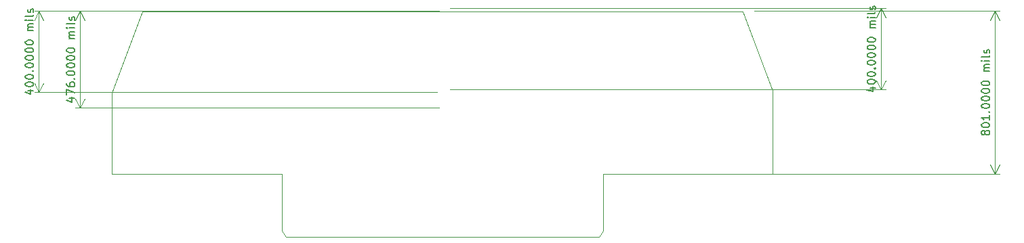
<source format=gbr>
%TF.GenerationSoftware,KiCad,Pcbnew,7.0.11-7.0.11~ubuntu22.04.1*%
%TF.CreationDate,2024-10-06T05:31:21-04:00*%
%TF.ProjectId,right_angle,72696768-745f-4616-9e67-6c652e6b6963,DEV*%
%TF.SameCoordinates,Original*%
%TF.FileFunction,Profile,NP*%
%FSLAX46Y46*%
G04 Gerber Fmt 4.6, Leading zero omitted, Abs format (unit mm)*
G04 Created by KiCad (PCBNEW 7.0.11-7.0.11~ubuntu22.04.1) date 2024-10-06 05:31:21*
%MOMM*%
%LPD*%
G01*
G04 APERTURE LIST*
%TA.AperFunction,Profile*%
%ADD10C,0.050000*%
%TD*%
%ADD11C,0.150000*%
%TA.AperFunction,Profile*%
%ADD12C,0.100000*%
%TD*%
G04 APERTURE END LIST*
D10*
X106451400Y-139102400D02*
X85267800Y-139102400D01*
X89077800Y-118757000D02*
X164058600Y-118757000D01*
X85267800Y-128917000D02*
X89077800Y-118757000D01*
X85267800Y-139102400D02*
X85267800Y-128917000D01*
X164058600Y-118757000D02*
X167767000Y-128713800D01*
X146583400Y-139102400D02*
X167767000Y-139102400D01*
X167767000Y-139102400D02*
X167767000Y-128713800D01*
D11*
X74761952Y-128668742D02*
X75428619Y-128668742D01*
X74381000Y-128906837D02*
X75095285Y-129144932D01*
X75095285Y-129144932D02*
X75095285Y-128525885D01*
X74428619Y-127954456D02*
X74428619Y-127859218D01*
X74428619Y-127859218D02*
X74476238Y-127763980D01*
X74476238Y-127763980D02*
X74523857Y-127716361D01*
X74523857Y-127716361D02*
X74619095Y-127668742D01*
X74619095Y-127668742D02*
X74809571Y-127621123D01*
X74809571Y-127621123D02*
X75047666Y-127621123D01*
X75047666Y-127621123D02*
X75238142Y-127668742D01*
X75238142Y-127668742D02*
X75333380Y-127716361D01*
X75333380Y-127716361D02*
X75381000Y-127763980D01*
X75381000Y-127763980D02*
X75428619Y-127859218D01*
X75428619Y-127859218D02*
X75428619Y-127954456D01*
X75428619Y-127954456D02*
X75381000Y-128049694D01*
X75381000Y-128049694D02*
X75333380Y-128097313D01*
X75333380Y-128097313D02*
X75238142Y-128144932D01*
X75238142Y-128144932D02*
X75047666Y-128192551D01*
X75047666Y-128192551D02*
X74809571Y-128192551D01*
X74809571Y-128192551D02*
X74619095Y-128144932D01*
X74619095Y-128144932D02*
X74523857Y-128097313D01*
X74523857Y-128097313D02*
X74476238Y-128049694D01*
X74476238Y-128049694D02*
X74428619Y-127954456D01*
X74428619Y-127002075D02*
X74428619Y-126906837D01*
X74428619Y-126906837D02*
X74476238Y-126811599D01*
X74476238Y-126811599D02*
X74523857Y-126763980D01*
X74523857Y-126763980D02*
X74619095Y-126716361D01*
X74619095Y-126716361D02*
X74809571Y-126668742D01*
X74809571Y-126668742D02*
X75047666Y-126668742D01*
X75047666Y-126668742D02*
X75238142Y-126716361D01*
X75238142Y-126716361D02*
X75333380Y-126763980D01*
X75333380Y-126763980D02*
X75381000Y-126811599D01*
X75381000Y-126811599D02*
X75428619Y-126906837D01*
X75428619Y-126906837D02*
X75428619Y-127002075D01*
X75428619Y-127002075D02*
X75381000Y-127097313D01*
X75381000Y-127097313D02*
X75333380Y-127144932D01*
X75333380Y-127144932D02*
X75238142Y-127192551D01*
X75238142Y-127192551D02*
X75047666Y-127240170D01*
X75047666Y-127240170D02*
X74809571Y-127240170D01*
X74809571Y-127240170D02*
X74619095Y-127192551D01*
X74619095Y-127192551D02*
X74523857Y-127144932D01*
X74523857Y-127144932D02*
X74476238Y-127097313D01*
X74476238Y-127097313D02*
X74428619Y-127002075D01*
X75333380Y-126240170D02*
X75381000Y-126192551D01*
X75381000Y-126192551D02*
X75428619Y-126240170D01*
X75428619Y-126240170D02*
X75381000Y-126287789D01*
X75381000Y-126287789D02*
X75333380Y-126240170D01*
X75333380Y-126240170D02*
X75428619Y-126240170D01*
X74428619Y-125573504D02*
X74428619Y-125478266D01*
X74428619Y-125478266D02*
X74476238Y-125383028D01*
X74476238Y-125383028D02*
X74523857Y-125335409D01*
X74523857Y-125335409D02*
X74619095Y-125287790D01*
X74619095Y-125287790D02*
X74809571Y-125240171D01*
X74809571Y-125240171D02*
X75047666Y-125240171D01*
X75047666Y-125240171D02*
X75238142Y-125287790D01*
X75238142Y-125287790D02*
X75333380Y-125335409D01*
X75333380Y-125335409D02*
X75381000Y-125383028D01*
X75381000Y-125383028D02*
X75428619Y-125478266D01*
X75428619Y-125478266D02*
X75428619Y-125573504D01*
X75428619Y-125573504D02*
X75381000Y-125668742D01*
X75381000Y-125668742D02*
X75333380Y-125716361D01*
X75333380Y-125716361D02*
X75238142Y-125763980D01*
X75238142Y-125763980D02*
X75047666Y-125811599D01*
X75047666Y-125811599D02*
X74809571Y-125811599D01*
X74809571Y-125811599D02*
X74619095Y-125763980D01*
X74619095Y-125763980D02*
X74523857Y-125716361D01*
X74523857Y-125716361D02*
X74476238Y-125668742D01*
X74476238Y-125668742D02*
X74428619Y-125573504D01*
X74428619Y-124621123D02*
X74428619Y-124525885D01*
X74428619Y-124525885D02*
X74476238Y-124430647D01*
X74476238Y-124430647D02*
X74523857Y-124383028D01*
X74523857Y-124383028D02*
X74619095Y-124335409D01*
X74619095Y-124335409D02*
X74809571Y-124287790D01*
X74809571Y-124287790D02*
X75047666Y-124287790D01*
X75047666Y-124287790D02*
X75238142Y-124335409D01*
X75238142Y-124335409D02*
X75333380Y-124383028D01*
X75333380Y-124383028D02*
X75381000Y-124430647D01*
X75381000Y-124430647D02*
X75428619Y-124525885D01*
X75428619Y-124525885D02*
X75428619Y-124621123D01*
X75428619Y-124621123D02*
X75381000Y-124716361D01*
X75381000Y-124716361D02*
X75333380Y-124763980D01*
X75333380Y-124763980D02*
X75238142Y-124811599D01*
X75238142Y-124811599D02*
X75047666Y-124859218D01*
X75047666Y-124859218D02*
X74809571Y-124859218D01*
X74809571Y-124859218D02*
X74619095Y-124811599D01*
X74619095Y-124811599D02*
X74523857Y-124763980D01*
X74523857Y-124763980D02*
X74476238Y-124716361D01*
X74476238Y-124716361D02*
X74428619Y-124621123D01*
X74428619Y-123668742D02*
X74428619Y-123573504D01*
X74428619Y-123573504D02*
X74476238Y-123478266D01*
X74476238Y-123478266D02*
X74523857Y-123430647D01*
X74523857Y-123430647D02*
X74619095Y-123383028D01*
X74619095Y-123383028D02*
X74809571Y-123335409D01*
X74809571Y-123335409D02*
X75047666Y-123335409D01*
X75047666Y-123335409D02*
X75238142Y-123383028D01*
X75238142Y-123383028D02*
X75333380Y-123430647D01*
X75333380Y-123430647D02*
X75381000Y-123478266D01*
X75381000Y-123478266D02*
X75428619Y-123573504D01*
X75428619Y-123573504D02*
X75428619Y-123668742D01*
X75428619Y-123668742D02*
X75381000Y-123763980D01*
X75381000Y-123763980D02*
X75333380Y-123811599D01*
X75333380Y-123811599D02*
X75238142Y-123859218D01*
X75238142Y-123859218D02*
X75047666Y-123906837D01*
X75047666Y-123906837D02*
X74809571Y-123906837D01*
X74809571Y-123906837D02*
X74619095Y-123859218D01*
X74619095Y-123859218D02*
X74523857Y-123811599D01*
X74523857Y-123811599D02*
X74476238Y-123763980D01*
X74476238Y-123763980D02*
X74428619Y-123668742D01*
X74428619Y-122716361D02*
X74428619Y-122621123D01*
X74428619Y-122621123D02*
X74476238Y-122525885D01*
X74476238Y-122525885D02*
X74523857Y-122478266D01*
X74523857Y-122478266D02*
X74619095Y-122430647D01*
X74619095Y-122430647D02*
X74809571Y-122383028D01*
X74809571Y-122383028D02*
X75047666Y-122383028D01*
X75047666Y-122383028D02*
X75238142Y-122430647D01*
X75238142Y-122430647D02*
X75333380Y-122478266D01*
X75333380Y-122478266D02*
X75381000Y-122525885D01*
X75381000Y-122525885D02*
X75428619Y-122621123D01*
X75428619Y-122621123D02*
X75428619Y-122716361D01*
X75428619Y-122716361D02*
X75381000Y-122811599D01*
X75381000Y-122811599D02*
X75333380Y-122859218D01*
X75333380Y-122859218D02*
X75238142Y-122906837D01*
X75238142Y-122906837D02*
X75047666Y-122954456D01*
X75047666Y-122954456D02*
X74809571Y-122954456D01*
X74809571Y-122954456D02*
X74619095Y-122906837D01*
X74619095Y-122906837D02*
X74523857Y-122859218D01*
X74523857Y-122859218D02*
X74476238Y-122811599D01*
X74476238Y-122811599D02*
X74428619Y-122716361D01*
X75428619Y-121192551D02*
X74761952Y-121192551D01*
X74857190Y-121192551D02*
X74809571Y-121144932D01*
X74809571Y-121144932D02*
X74761952Y-121049694D01*
X74761952Y-121049694D02*
X74761952Y-120906837D01*
X74761952Y-120906837D02*
X74809571Y-120811599D01*
X74809571Y-120811599D02*
X74904809Y-120763980D01*
X74904809Y-120763980D02*
X75428619Y-120763980D01*
X74904809Y-120763980D02*
X74809571Y-120716361D01*
X74809571Y-120716361D02*
X74761952Y-120621123D01*
X74761952Y-120621123D02*
X74761952Y-120478266D01*
X74761952Y-120478266D02*
X74809571Y-120383027D01*
X74809571Y-120383027D02*
X74904809Y-120335408D01*
X74904809Y-120335408D02*
X75428619Y-120335408D01*
X75428619Y-119859218D02*
X74761952Y-119859218D01*
X74428619Y-119859218D02*
X74476238Y-119906837D01*
X74476238Y-119906837D02*
X74523857Y-119859218D01*
X74523857Y-119859218D02*
X74476238Y-119811599D01*
X74476238Y-119811599D02*
X74428619Y-119859218D01*
X74428619Y-119859218D02*
X74523857Y-119859218D01*
X75428619Y-119240171D02*
X75381000Y-119335409D01*
X75381000Y-119335409D02*
X75285761Y-119383028D01*
X75285761Y-119383028D02*
X74428619Y-119383028D01*
X75381000Y-118906837D02*
X75428619Y-118811599D01*
X75428619Y-118811599D02*
X75428619Y-118621123D01*
X75428619Y-118621123D02*
X75381000Y-118525885D01*
X75381000Y-118525885D02*
X75285761Y-118478266D01*
X75285761Y-118478266D02*
X75238142Y-118478266D01*
X75238142Y-118478266D02*
X75142904Y-118525885D01*
X75142904Y-118525885D02*
X75095285Y-118621123D01*
X75095285Y-118621123D02*
X75095285Y-118763980D01*
X75095285Y-118763980D02*
X75047666Y-118859218D01*
X75047666Y-118859218D02*
X74952428Y-118906837D01*
X74952428Y-118906837D02*
X74904809Y-118906837D01*
X74904809Y-118906837D02*
X74809571Y-118859218D01*
X74809571Y-118859218D02*
X74761952Y-118763980D01*
X74761952Y-118763980D02*
X74761952Y-118621123D01*
X74761952Y-118621123D02*
X74809571Y-118525885D01*
D10*
X125849800Y-118731600D02*
X75537380Y-118731600D01*
X125849800Y-128891600D02*
X75537380Y-128891600D01*
X76123800Y-118731600D02*
X76123800Y-128891600D01*
X76123800Y-118731600D02*
X76123800Y-128891600D01*
X76123800Y-118731600D02*
X76710221Y-119858104D01*
X76123800Y-118731600D02*
X75537379Y-119858104D01*
X76123800Y-128891600D02*
X75537379Y-127765096D01*
X76123800Y-128891600D02*
X76710221Y-127765096D01*
D11*
X79918152Y-129633942D02*
X80584819Y-129633942D01*
X79537200Y-129872037D02*
X80251485Y-130110132D01*
X80251485Y-130110132D02*
X80251485Y-129491085D01*
X79584819Y-129205370D02*
X79584819Y-128538704D01*
X79584819Y-128538704D02*
X80584819Y-128967275D01*
X79584819Y-127729180D02*
X79584819Y-127919656D01*
X79584819Y-127919656D02*
X79632438Y-128014894D01*
X79632438Y-128014894D02*
X79680057Y-128062513D01*
X79680057Y-128062513D02*
X79822914Y-128157751D01*
X79822914Y-128157751D02*
X80013390Y-128205370D01*
X80013390Y-128205370D02*
X80394342Y-128205370D01*
X80394342Y-128205370D02*
X80489580Y-128157751D01*
X80489580Y-128157751D02*
X80537200Y-128110132D01*
X80537200Y-128110132D02*
X80584819Y-128014894D01*
X80584819Y-128014894D02*
X80584819Y-127824418D01*
X80584819Y-127824418D02*
X80537200Y-127729180D01*
X80537200Y-127729180D02*
X80489580Y-127681561D01*
X80489580Y-127681561D02*
X80394342Y-127633942D01*
X80394342Y-127633942D02*
X80156247Y-127633942D01*
X80156247Y-127633942D02*
X80061009Y-127681561D01*
X80061009Y-127681561D02*
X80013390Y-127729180D01*
X80013390Y-127729180D02*
X79965771Y-127824418D01*
X79965771Y-127824418D02*
X79965771Y-128014894D01*
X79965771Y-128014894D02*
X80013390Y-128110132D01*
X80013390Y-128110132D02*
X80061009Y-128157751D01*
X80061009Y-128157751D02*
X80156247Y-128205370D01*
X80489580Y-127205370D02*
X80537200Y-127157751D01*
X80537200Y-127157751D02*
X80584819Y-127205370D01*
X80584819Y-127205370D02*
X80537200Y-127252989D01*
X80537200Y-127252989D02*
X80489580Y-127205370D01*
X80489580Y-127205370D02*
X80584819Y-127205370D01*
X79584819Y-126538704D02*
X79584819Y-126443466D01*
X79584819Y-126443466D02*
X79632438Y-126348228D01*
X79632438Y-126348228D02*
X79680057Y-126300609D01*
X79680057Y-126300609D02*
X79775295Y-126252990D01*
X79775295Y-126252990D02*
X79965771Y-126205371D01*
X79965771Y-126205371D02*
X80203866Y-126205371D01*
X80203866Y-126205371D02*
X80394342Y-126252990D01*
X80394342Y-126252990D02*
X80489580Y-126300609D01*
X80489580Y-126300609D02*
X80537200Y-126348228D01*
X80537200Y-126348228D02*
X80584819Y-126443466D01*
X80584819Y-126443466D02*
X80584819Y-126538704D01*
X80584819Y-126538704D02*
X80537200Y-126633942D01*
X80537200Y-126633942D02*
X80489580Y-126681561D01*
X80489580Y-126681561D02*
X80394342Y-126729180D01*
X80394342Y-126729180D02*
X80203866Y-126776799D01*
X80203866Y-126776799D02*
X79965771Y-126776799D01*
X79965771Y-126776799D02*
X79775295Y-126729180D01*
X79775295Y-126729180D02*
X79680057Y-126681561D01*
X79680057Y-126681561D02*
X79632438Y-126633942D01*
X79632438Y-126633942D02*
X79584819Y-126538704D01*
X79584819Y-125586323D02*
X79584819Y-125491085D01*
X79584819Y-125491085D02*
X79632438Y-125395847D01*
X79632438Y-125395847D02*
X79680057Y-125348228D01*
X79680057Y-125348228D02*
X79775295Y-125300609D01*
X79775295Y-125300609D02*
X79965771Y-125252990D01*
X79965771Y-125252990D02*
X80203866Y-125252990D01*
X80203866Y-125252990D02*
X80394342Y-125300609D01*
X80394342Y-125300609D02*
X80489580Y-125348228D01*
X80489580Y-125348228D02*
X80537200Y-125395847D01*
X80537200Y-125395847D02*
X80584819Y-125491085D01*
X80584819Y-125491085D02*
X80584819Y-125586323D01*
X80584819Y-125586323D02*
X80537200Y-125681561D01*
X80537200Y-125681561D02*
X80489580Y-125729180D01*
X80489580Y-125729180D02*
X80394342Y-125776799D01*
X80394342Y-125776799D02*
X80203866Y-125824418D01*
X80203866Y-125824418D02*
X79965771Y-125824418D01*
X79965771Y-125824418D02*
X79775295Y-125776799D01*
X79775295Y-125776799D02*
X79680057Y-125729180D01*
X79680057Y-125729180D02*
X79632438Y-125681561D01*
X79632438Y-125681561D02*
X79584819Y-125586323D01*
X79584819Y-124633942D02*
X79584819Y-124538704D01*
X79584819Y-124538704D02*
X79632438Y-124443466D01*
X79632438Y-124443466D02*
X79680057Y-124395847D01*
X79680057Y-124395847D02*
X79775295Y-124348228D01*
X79775295Y-124348228D02*
X79965771Y-124300609D01*
X79965771Y-124300609D02*
X80203866Y-124300609D01*
X80203866Y-124300609D02*
X80394342Y-124348228D01*
X80394342Y-124348228D02*
X80489580Y-124395847D01*
X80489580Y-124395847D02*
X80537200Y-124443466D01*
X80537200Y-124443466D02*
X80584819Y-124538704D01*
X80584819Y-124538704D02*
X80584819Y-124633942D01*
X80584819Y-124633942D02*
X80537200Y-124729180D01*
X80537200Y-124729180D02*
X80489580Y-124776799D01*
X80489580Y-124776799D02*
X80394342Y-124824418D01*
X80394342Y-124824418D02*
X80203866Y-124872037D01*
X80203866Y-124872037D02*
X79965771Y-124872037D01*
X79965771Y-124872037D02*
X79775295Y-124824418D01*
X79775295Y-124824418D02*
X79680057Y-124776799D01*
X79680057Y-124776799D02*
X79632438Y-124729180D01*
X79632438Y-124729180D02*
X79584819Y-124633942D01*
X79584819Y-123681561D02*
X79584819Y-123586323D01*
X79584819Y-123586323D02*
X79632438Y-123491085D01*
X79632438Y-123491085D02*
X79680057Y-123443466D01*
X79680057Y-123443466D02*
X79775295Y-123395847D01*
X79775295Y-123395847D02*
X79965771Y-123348228D01*
X79965771Y-123348228D02*
X80203866Y-123348228D01*
X80203866Y-123348228D02*
X80394342Y-123395847D01*
X80394342Y-123395847D02*
X80489580Y-123443466D01*
X80489580Y-123443466D02*
X80537200Y-123491085D01*
X80537200Y-123491085D02*
X80584819Y-123586323D01*
X80584819Y-123586323D02*
X80584819Y-123681561D01*
X80584819Y-123681561D02*
X80537200Y-123776799D01*
X80537200Y-123776799D02*
X80489580Y-123824418D01*
X80489580Y-123824418D02*
X80394342Y-123872037D01*
X80394342Y-123872037D02*
X80203866Y-123919656D01*
X80203866Y-123919656D02*
X79965771Y-123919656D01*
X79965771Y-123919656D02*
X79775295Y-123872037D01*
X79775295Y-123872037D02*
X79680057Y-123824418D01*
X79680057Y-123824418D02*
X79632438Y-123776799D01*
X79632438Y-123776799D02*
X79584819Y-123681561D01*
X80584819Y-122157751D02*
X79918152Y-122157751D01*
X80013390Y-122157751D02*
X79965771Y-122110132D01*
X79965771Y-122110132D02*
X79918152Y-122014894D01*
X79918152Y-122014894D02*
X79918152Y-121872037D01*
X79918152Y-121872037D02*
X79965771Y-121776799D01*
X79965771Y-121776799D02*
X80061009Y-121729180D01*
X80061009Y-121729180D02*
X80584819Y-121729180D01*
X80061009Y-121729180D02*
X79965771Y-121681561D01*
X79965771Y-121681561D02*
X79918152Y-121586323D01*
X79918152Y-121586323D02*
X79918152Y-121443466D01*
X79918152Y-121443466D02*
X79965771Y-121348227D01*
X79965771Y-121348227D02*
X80061009Y-121300608D01*
X80061009Y-121300608D02*
X80584819Y-121300608D01*
X80584819Y-120824418D02*
X79918152Y-120824418D01*
X79584819Y-120824418D02*
X79632438Y-120872037D01*
X79632438Y-120872037D02*
X79680057Y-120824418D01*
X79680057Y-120824418D02*
X79632438Y-120776799D01*
X79632438Y-120776799D02*
X79584819Y-120824418D01*
X79584819Y-120824418D02*
X79680057Y-120824418D01*
X80584819Y-120205371D02*
X80537200Y-120300609D01*
X80537200Y-120300609D02*
X80441961Y-120348228D01*
X80441961Y-120348228D02*
X79584819Y-120348228D01*
X80537200Y-119872037D02*
X80584819Y-119776799D01*
X80584819Y-119776799D02*
X80584819Y-119586323D01*
X80584819Y-119586323D02*
X80537200Y-119491085D01*
X80537200Y-119491085D02*
X80441961Y-119443466D01*
X80441961Y-119443466D02*
X80394342Y-119443466D01*
X80394342Y-119443466D02*
X80299104Y-119491085D01*
X80299104Y-119491085D02*
X80251485Y-119586323D01*
X80251485Y-119586323D02*
X80251485Y-119729180D01*
X80251485Y-119729180D02*
X80203866Y-119824418D01*
X80203866Y-119824418D02*
X80108628Y-119872037D01*
X80108628Y-119872037D02*
X80061009Y-119872037D01*
X80061009Y-119872037D02*
X79965771Y-119824418D01*
X79965771Y-119824418D02*
X79918152Y-119729180D01*
X79918152Y-119729180D02*
X79918152Y-119586323D01*
X79918152Y-119586323D02*
X79965771Y-119491085D01*
D10*
X126129200Y-130822000D02*
X80693580Y-130822000D01*
X126129200Y-118731600D02*
X80693580Y-118731600D01*
X81280000Y-130822000D02*
X81280000Y-118731600D01*
X81280000Y-130822000D02*
X81280000Y-118731600D01*
X81280000Y-130822000D02*
X80693579Y-129695496D01*
X81280000Y-130822000D02*
X81866421Y-129695496D01*
X81280000Y-118731600D02*
X81866421Y-119858104D01*
X81280000Y-118731600D02*
X80693579Y-119858104D01*
D11*
X194313390Y-134047156D02*
X194265771Y-134142394D01*
X194265771Y-134142394D02*
X194218152Y-134190013D01*
X194218152Y-134190013D02*
X194122914Y-134237632D01*
X194122914Y-134237632D02*
X194075295Y-134237632D01*
X194075295Y-134237632D02*
X193980057Y-134190013D01*
X193980057Y-134190013D02*
X193932438Y-134142394D01*
X193932438Y-134142394D02*
X193884819Y-134047156D01*
X193884819Y-134047156D02*
X193884819Y-133856680D01*
X193884819Y-133856680D02*
X193932438Y-133761442D01*
X193932438Y-133761442D02*
X193980057Y-133713823D01*
X193980057Y-133713823D02*
X194075295Y-133666204D01*
X194075295Y-133666204D02*
X194122914Y-133666204D01*
X194122914Y-133666204D02*
X194218152Y-133713823D01*
X194218152Y-133713823D02*
X194265771Y-133761442D01*
X194265771Y-133761442D02*
X194313390Y-133856680D01*
X194313390Y-133856680D02*
X194313390Y-134047156D01*
X194313390Y-134047156D02*
X194361009Y-134142394D01*
X194361009Y-134142394D02*
X194408628Y-134190013D01*
X194408628Y-134190013D02*
X194503866Y-134237632D01*
X194503866Y-134237632D02*
X194694342Y-134237632D01*
X194694342Y-134237632D02*
X194789580Y-134190013D01*
X194789580Y-134190013D02*
X194837200Y-134142394D01*
X194837200Y-134142394D02*
X194884819Y-134047156D01*
X194884819Y-134047156D02*
X194884819Y-133856680D01*
X194884819Y-133856680D02*
X194837200Y-133761442D01*
X194837200Y-133761442D02*
X194789580Y-133713823D01*
X194789580Y-133713823D02*
X194694342Y-133666204D01*
X194694342Y-133666204D02*
X194503866Y-133666204D01*
X194503866Y-133666204D02*
X194408628Y-133713823D01*
X194408628Y-133713823D02*
X194361009Y-133761442D01*
X194361009Y-133761442D02*
X194313390Y-133856680D01*
X193884819Y-133047156D02*
X193884819Y-132951918D01*
X193884819Y-132951918D02*
X193932438Y-132856680D01*
X193932438Y-132856680D02*
X193980057Y-132809061D01*
X193980057Y-132809061D02*
X194075295Y-132761442D01*
X194075295Y-132761442D02*
X194265771Y-132713823D01*
X194265771Y-132713823D02*
X194503866Y-132713823D01*
X194503866Y-132713823D02*
X194694342Y-132761442D01*
X194694342Y-132761442D02*
X194789580Y-132809061D01*
X194789580Y-132809061D02*
X194837200Y-132856680D01*
X194837200Y-132856680D02*
X194884819Y-132951918D01*
X194884819Y-132951918D02*
X194884819Y-133047156D01*
X194884819Y-133047156D02*
X194837200Y-133142394D01*
X194837200Y-133142394D02*
X194789580Y-133190013D01*
X194789580Y-133190013D02*
X194694342Y-133237632D01*
X194694342Y-133237632D02*
X194503866Y-133285251D01*
X194503866Y-133285251D02*
X194265771Y-133285251D01*
X194265771Y-133285251D02*
X194075295Y-133237632D01*
X194075295Y-133237632D02*
X193980057Y-133190013D01*
X193980057Y-133190013D02*
X193932438Y-133142394D01*
X193932438Y-133142394D02*
X193884819Y-133047156D01*
X194884819Y-131761442D02*
X194884819Y-132332870D01*
X194884819Y-132047156D02*
X193884819Y-132047156D01*
X193884819Y-132047156D02*
X194027676Y-132142394D01*
X194027676Y-132142394D02*
X194122914Y-132237632D01*
X194122914Y-132237632D02*
X194170533Y-132332870D01*
X194789580Y-131332870D02*
X194837200Y-131285251D01*
X194837200Y-131285251D02*
X194884819Y-131332870D01*
X194884819Y-131332870D02*
X194837200Y-131380489D01*
X194837200Y-131380489D02*
X194789580Y-131332870D01*
X194789580Y-131332870D02*
X194884819Y-131332870D01*
X193884819Y-130666204D02*
X193884819Y-130570966D01*
X193884819Y-130570966D02*
X193932438Y-130475728D01*
X193932438Y-130475728D02*
X193980057Y-130428109D01*
X193980057Y-130428109D02*
X194075295Y-130380490D01*
X194075295Y-130380490D02*
X194265771Y-130332871D01*
X194265771Y-130332871D02*
X194503866Y-130332871D01*
X194503866Y-130332871D02*
X194694342Y-130380490D01*
X194694342Y-130380490D02*
X194789580Y-130428109D01*
X194789580Y-130428109D02*
X194837200Y-130475728D01*
X194837200Y-130475728D02*
X194884819Y-130570966D01*
X194884819Y-130570966D02*
X194884819Y-130666204D01*
X194884819Y-130666204D02*
X194837200Y-130761442D01*
X194837200Y-130761442D02*
X194789580Y-130809061D01*
X194789580Y-130809061D02*
X194694342Y-130856680D01*
X194694342Y-130856680D02*
X194503866Y-130904299D01*
X194503866Y-130904299D02*
X194265771Y-130904299D01*
X194265771Y-130904299D02*
X194075295Y-130856680D01*
X194075295Y-130856680D02*
X193980057Y-130809061D01*
X193980057Y-130809061D02*
X193932438Y-130761442D01*
X193932438Y-130761442D02*
X193884819Y-130666204D01*
X193884819Y-129713823D02*
X193884819Y-129618585D01*
X193884819Y-129618585D02*
X193932438Y-129523347D01*
X193932438Y-129523347D02*
X193980057Y-129475728D01*
X193980057Y-129475728D02*
X194075295Y-129428109D01*
X194075295Y-129428109D02*
X194265771Y-129380490D01*
X194265771Y-129380490D02*
X194503866Y-129380490D01*
X194503866Y-129380490D02*
X194694342Y-129428109D01*
X194694342Y-129428109D02*
X194789580Y-129475728D01*
X194789580Y-129475728D02*
X194837200Y-129523347D01*
X194837200Y-129523347D02*
X194884819Y-129618585D01*
X194884819Y-129618585D02*
X194884819Y-129713823D01*
X194884819Y-129713823D02*
X194837200Y-129809061D01*
X194837200Y-129809061D02*
X194789580Y-129856680D01*
X194789580Y-129856680D02*
X194694342Y-129904299D01*
X194694342Y-129904299D02*
X194503866Y-129951918D01*
X194503866Y-129951918D02*
X194265771Y-129951918D01*
X194265771Y-129951918D02*
X194075295Y-129904299D01*
X194075295Y-129904299D02*
X193980057Y-129856680D01*
X193980057Y-129856680D02*
X193932438Y-129809061D01*
X193932438Y-129809061D02*
X193884819Y-129713823D01*
X193884819Y-128761442D02*
X193884819Y-128666204D01*
X193884819Y-128666204D02*
X193932438Y-128570966D01*
X193932438Y-128570966D02*
X193980057Y-128523347D01*
X193980057Y-128523347D02*
X194075295Y-128475728D01*
X194075295Y-128475728D02*
X194265771Y-128428109D01*
X194265771Y-128428109D02*
X194503866Y-128428109D01*
X194503866Y-128428109D02*
X194694342Y-128475728D01*
X194694342Y-128475728D02*
X194789580Y-128523347D01*
X194789580Y-128523347D02*
X194837200Y-128570966D01*
X194837200Y-128570966D02*
X194884819Y-128666204D01*
X194884819Y-128666204D02*
X194884819Y-128761442D01*
X194884819Y-128761442D02*
X194837200Y-128856680D01*
X194837200Y-128856680D02*
X194789580Y-128904299D01*
X194789580Y-128904299D02*
X194694342Y-128951918D01*
X194694342Y-128951918D02*
X194503866Y-128999537D01*
X194503866Y-128999537D02*
X194265771Y-128999537D01*
X194265771Y-128999537D02*
X194075295Y-128951918D01*
X194075295Y-128951918D02*
X193980057Y-128904299D01*
X193980057Y-128904299D02*
X193932438Y-128856680D01*
X193932438Y-128856680D02*
X193884819Y-128761442D01*
X193884819Y-127809061D02*
X193884819Y-127713823D01*
X193884819Y-127713823D02*
X193932438Y-127618585D01*
X193932438Y-127618585D02*
X193980057Y-127570966D01*
X193980057Y-127570966D02*
X194075295Y-127523347D01*
X194075295Y-127523347D02*
X194265771Y-127475728D01*
X194265771Y-127475728D02*
X194503866Y-127475728D01*
X194503866Y-127475728D02*
X194694342Y-127523347D01*
X194694342Y-127523347D02*
X194789580Y-127570966D01*
X194789580Y-127570966D02*
X194837200Y-127618585D01*
X194837200Y-127618585D02*
X194884819Y-127713823D01*
X194884819Y-127713823D02*
X194884819Y-127809061D01*
X194884819Y-127809061D02*
X194837200Y-127904299D01*
X194837200Y-127904299D02*
X194789580Y-127951918D01*
X194789580Y-127951918D02*
X194694342Y-127999537D01*
X194694342Y-127999537D02*
X194503866Y-128047156D01*
X194503866Y-128047156D02*
X194265771Y-128047156D01*
X194265771Y-128047156D02*
X194075295Y-127999537D01*
X194075295Y-127999537D02*
X193980057Y-127951918D01*
X193980057Y-127951918D02*
X193932438Y-127904299D01*
X193932438Y-127904299D02*
X193884819Y-127809061D01*
X194884819Y-126285251D02*
X194218152Y-126285251D01*
X194313390Y-126285251D02*
X194265771Y-126237632D01*
X194265771Y-126237632D02*
X194218152Y-126142394D01*
X194218152Y-126142394D02*
X194218152Y-125999537D01*
X194218152Y-125999537D02*
X194265771Y-125904299D01*
X194265771Y-125904299D02*
X194361009Y-125856680D01*
X194361009Y-125856680D02*
X194884819Y-125856680D01*
X194361009Y-125856680D02*
X194265771Y-125809061D01*
X194265771Y-125809061D02*
X194218152Y-125713823D01*
X194218152Y-125713823D02*
X194218152Y-125570966D01*
X194218152Y-125570966D02*
X194265771Y-125475727D01*
X194265771Y-125475727D02*
X194361009Y-125428108D01*
X194361009Y-125428108D02*
X194884819Y-125428108D01*
X194884819Y-124951918D02*
X194218152Y-124951918D01*
X193884819Y-124951918D02*
X193932438Y-124999537D01*
X193932438Y-124999537D02*
X193980057Y-124951918D01*
X193980057Y-124951918D02*
X193932438Y-124904299D01*
X193932438Y-124904299D02*
X193884819Y-124951918D01*
X193884819Y-124951918D02*
X193980057Y-124951918D01*
X194884819Y-124332871D02*
X194837200Y-124428109D01*
X194837200Y-124428109D02*
X194741961Y-124475728D01*
X194741961Y-124475728D02*
X193884819Y-124475728D01*
X194837200Y-123999537D02*
X194884819Y-123904299D01*
X194884819Y-123904299D02*
X194884819Y-123713823D01*
X194884819Y-123713823D02*
X194837200Y-123618585D01*
X194837200Y-123618585D02*
X194741961Y-123570966D01*
X194741961Y-123570966D02*
X194694342Y-123570966D01*
X194694342Y-123570966D02*
X194599104Y-123618585D01*
X194599104Y-123618585D02*
X194551485Y-123713823D01*
X194551485Y-123713823D02*
X194551485Y-123856680D01*
X194551485Y-123856680D02*
X194503866Y-123951918D01*
X194503866Y-123951918D02*
X194408628Y-123999537D01*
X194408628Y-123999537D02*
X194361009Y-123999537D01*
X194361009Y-123999537D02*
X194265771Y-123951918D01*
X194265771Y-123951918D02*
X194218152Y-123856680D01*
X194218152Y-123856680D02*
X194218152Y-123713823D01*
X194218152Y-123713823D02*
X194265771Y-123618585D01*
D10*
X165523800Y-139077000D02*
X196166420Y-139077000D01*
X165523800Y-118731600D02*
X196166420Y-118731600D01*
X195580000Y-139077000D02*
X195580000Y-118731600D01*
X195580000Y-139077000D02*
X195580000Y-118731600D01*
X195580000Y-139077000D02*
X194993579Y-137950496D01*
X195580000Y-139077000D02*
X196166421Y-137950496D01*
X195580000Y-118731600D02*
X196166421Y-119858104D01*
X195580000Y-118731600D02*
X194993579Y-119858104D01*
D11*
X179943352Y-128338542D02*
X180610019Y-128338542D01*
X179562400Y-128576637D02*
X180276685Y-128814732D01*
X180276685Y-128814732D02*
X180276685Y-128195685D01*
X179610019Y-127624256D02*
X179610019Y-127529018D01*
X179610019Y-127529018D02*
X179657638Y-127433780D01*
X179657638Y-127433780D02*
X179705257Y-127386161D01*
X179705257Y-127386161D02*
X179800495Y-127338542D01*
X179800495Y-127338542D02*
X179990971Y-127290923D01*
X179990971Y-127290923D02*
X180229066Y-127290923D01*
X180229066Y-127290923D02*
X180419542Y-127338542D01*
X180419542Y-127338542D02*
X180514780Y-127386161D01*
X180514780Y-127386161D02*
X180562400Y-127433780D01*
X180562400Y-127433780D02*
X180610019Y-127529018D01*
X180610019Y-127529018D02*
X180610019Y-127624256D01*
X180610019Y-127624256D02*
X180562400Y-127719494D01*
X180562400Y-127719494D02*
X180514780Y-127767113D01*
X180514780Y-127767113D02*
X180419542Y-127814732D01*
X180419542Y-127814732D02*
X180229066Y-127862351D01*
X180229066Y-127862351D02*
X179990971Y-127862351D01*
X179990971Y-127862351D02*
X179800495Y-127814732D01*
X179800495Y-127814732D02*
X179705257Y-127767113D01*
X179705257Y-127767113D02*
X179657638Y-127719494D01*
X179657638Y-127719494D02*
X179610019Y-127624256D01*
X179610019Y-126671875D02*
X179610019Y-126576637D01*
X179610019Y-126576637D02*
X179657638Y-126481399D01*
X179657638Y-126481399D02*
X179705257Y-126433780D01*
X179705257Y-126433780D02*
X179800495Y-126386161D01*
X179800495Y-126386161D02*
X179990971Y-126338542D01*
X179990971Y-126338542D02*
X180229066Y-126338542D01*
X180229066Y-126338542D02*
X180419542Y-126386161D01*
X180419542Y-126386161D02*
X180514780Y-126433780D01*
X180514780Y-126433780D02*
X180562400Y-126481399D01*
X180562400Y-126481399D02*
X180610019Y-126576637D01*
X180610019Y-126576637D02*
X180610019Y-126671875D01*
X180610019Y-126671875D02*
X180562400Y-126767113D01*
X180562400Y-126767113D02*
X180514780Y-126814732D01*
X180514780Y-126814732D02*
X180419542Y-126862351D01*
X180419542Y-126862351D02*
X180229066Y-126909970D01*
X180229066Y-126909970D02*
X179990971Y-126909970D01*
X179990971Y-126909970D02*
X179800495Y-126862351D01*
X179800495Y-126862351D02*
X179705257Y-126814732D01*
X179705257Y-126814732D02*
X179657638Y-126767113D01*
X179657638Y-126767113D02*
X179610019Y-126671875D01*
X180514780Y-125909970D02*
X180562400Y-125862351D01*
X180562400Y-125862351D02*
X180610019Y-125909970D01*
X180610019Y-125909970D02*
X180562400Y-125957589D01*
X180562400Y-125957589D02*
X180514780Y-125909970D01*
X180514780Y-125909970D02*
X180610019Y-125909970D01*
X179610019Y-125243304D02*
X179610019Y-125148066D01*
X179610019Y-125148066D02*
X179657638Y-125052828D01*
X179657638Y-125052828D02*
X179705257Y-125005209D01*
X179705257Y-125005209D02*
X179800495Y-124957590D01*
X179800495Y-124957590D02*
X179990971Y-124909971D01*
X179990971Y-124909971D02*
X180229066Y-124909971D01*
X180229066Y-124909971D02*
X180419542Y-124957590D01*
X180419542Y-124957590D02*
X180514780Y-125005209D01*
X180514780Y-125005209D02*
X180562400Y-125052828D01*
X180562400Y-125052828D02*
X180610019Y-125148066D01*
X180610019Y-125148066D02*
X180610019Y-125243304D01*
X180610019Y-125243304D02*
X180562400Y-125338542D01*
X180562400Y-125338542D02*
X180514780Y-125386161D01*
X180514780Y-125386161D02*
X180419542Y-125433780D01*
X180419542Y-125433780D02*
X180229066Y-125481399D01*
X180229066Y-125481399D02*
X179990971Y-125481399D01*
X179990971Y-125481399D02*
X179800495Y-125433780D01*
X179800495Y-125433780D02*
X179705257Y-125386161D01*
X179705257Y-125386161D02*
X179657638Y-125338542D01*
X179657638Y-125338542D02*
X179610019Y-125243304D01*
X179610019Y-124290923D02*
X179610019Y-124195685D01*
X179610019Y-124195685D02*
X179657638Y-124100447D01*
X179657638Y-124100447D02*
X179705257Y-124052828D01*
X179705257Y-124052828D02*
X179800495Y-124005209D01*
X179800495Y-124005209D02*
X179990971Y-123957590D01*
X179990971Y-123957590D02*
X180229066Y-123957590D01*
X180229066Y-123957590D02*
X180419542Y-124005209D01*
X180419542Y-124005209D02*
X180514780Y-124052828D01*
X180514780Y-124052828D02*
X180562400Y-124100447D01*
X180562400Y-124100447D02*
X180610019Y-124195685D01*
X180610019Y-124195685D02*
X180610019Y-124290923D01*
X180610019Y-124290923D02*
X180562400Y-124386161D01*
X180562400Y-124386161D02*
X180514780Y-124433780D01*
X180514780Y-124433780D02*
X180419542Y-124481399D01*
X180419542Y-124481399D02*
X180229066Y-124529018D01*
X180229066Y-124529018D02*
X179990971Y-124529018D01*
X179990971Y-124529018D02*
X179800495Y-124481399D01*
X179800495Y-124481399D02*
X179705257Y-124433780D01*
X179705257Y-124433780D02*
X179657638Y-124386161D01*
X179657638Y-124386161D02*
X179610019Y-124290923D01*
X179610019Y-123338542D02*
X179610019Y-123243304D01*
X179610019Y-123243304D02*
X179657638Y-123148066D01*
X179657638Y-123148066D02*
X179705257Y-123100447D01*
X179705257Y-123100447D02*
X179800495Y-123052828D01*
X179800495Y-123052828D02*
X179990971Y-123005209D01*
X179990971Y-123005209D02*
X180229066Y-123005209D01*
X180229066Y-123005209D02*
X180419542Y-123052828D01*
X180419542Y-123052828D02*
X180514780Y-123100447D01*
X180514780Y-123100447D02*
X180562400Y-123148066D01*
X180562400Y-123148066D02*
X180610019Y-123243304D01*
X180610019Y-123243304D02*
X180610019Y-123338542D01*
X180610019Y-123338542D02*
X180562400Y-123433780D01*
X180562400Y-123433780D02*
X180514780Y-123481399D01*
X180514780Y-123481399D02*
X180419542Y-123529018D01*
X180419542Y-123529018D02*
X180229066Y-123576637D01*
X180229066Y-123576637D02*
X179990971Y-123576637D01*
X179990971Y-123576637D02*
X179800495Y-123529018D01*
X179800495Y-123529018D02*
X179705257Y-123481399D01*
X179705257Y-123481399D02*
X179657638Y-123433780D01*
X179657638Y-123433780D02*
X179610019Y-123338542D01*
X179610019Y-122386161D02*
X179610019Y-122290923D01*
X179610019Y-122290923D02*
X179657638Y-122195685D01*
X179657638Y-122195685D02*
X179705257Y-122148066D01*
X179705257Y-122148066D02*
X179800495Y-122100447D01*
X179800495Y-122100447D02*
X179990971Y-122052828D01*
X179990971Y-122052828D02*
X180229066Y-122052828D01*
X180229066Y-122052828D02*
X180419542Y-122100447D01*
X180419542Y-122100447D02*
X180514780Y-122148066D01*
X180514780Y-122148066D02*
X180562400Y-122195685D01*
X180562400Y-122195685D02*
X180610019Y-122290923D01*
X180610019Y-122290923D02*
X180610019Y-122386161D01*
X180610019Y-122386161D02*
X180562400Y-122481399D01*
X180562400Y-122481399D02*
X180514780Y-122529018D01*
X180514780Y-122529018D02*
X180419542Y-122576637D01*
X180419542Y-122576637D02*
X180229066Y-122624256D01*
X180229066Y-122624256D02*
X179990971Y-122624256D01*
X179990971Y-122624256D02*
X179800495Y-122576637D01*
X179800495Y-122576637D02*
X179705257Y-122529018D01*
X179705257Y-122529018D02*
X179657638Y-122481399D01*
X179657638Y-122481399D02*
X179610019Y-122386161D01*
X180610019Y-120862351D02*
X179943352Y-120862351D01*
X180038590Y-120862351D02*
X179990971Y-120814732D01*
X179990971Y-120814732D02*
X179943352Y-120719494D01*
X179943352Y-120719494D02*
X179943352Y-120576637D01*
X179943352Y-120576637D02*
X179990971Y-120481399D01*
X179990971Y-120481399D02*
X180086209Y-120433780D01*
X180086209Y-120433780D02*
X180610019Y-120433780D01*
X180086209Y-120433780D02*
X179990971Y-120386161D01*
X179990971Y-120386161D02*
X179943352Y-120290923D01*
X179943352Y-120290923D02*
X179943352Y-120148066D01*
X179943352Y-120148066D02*
X179990971Y-120052827D01*
X179990971Y-120052827D02*
X180086209Y-120005208D01*
X180086209Y-120005208D02*
X180610019Y-120005208D01*
X180610019Y-119529018D02*
X179943352Y-119529018D01*
X179610019Y-119529018D02*
X179657638Y-119576637D01*
X179657638Y-119576637D02*
X179705257Y-119529018D01*
X179705257Y-119529018D02*
X179657638Y-119481399D01*
X179657638Y-119481399D02*
X179610019Y-119529018D01*
X179610019Y-119529018D02*
X179705257Y-119529018D01*
X180610019Y-118909971D02*
X180562400Y-119005209D01*
X180562400Y-119005209D02*
X180467161Y-119052828D01*
X180467161Y-119052828D02*
X179610019Y-119052828D01*
X180562400Y-118576637D02*
X180610019Y-118481399D01*
X180610019Y-118481399D02*
X180610019Y-118290923D01*
X180610019Y-118290923D02*
X180562400Y-118195685D01*
X180562400Y-118195685D02*
X180467161Y-118148066D01*
X180467161Y-118148066D02*
X180419542Y-118148066D01*
X180419542Y-118148066D02*
X180324304Y-118195685D01*
X180324304Y-118195685D02*
X180276685Y-118290923D01*
X180276685Y-118290923D02*
X180276685Y-118433780D01*
X180276685Y-118433780D02*
X180229066Y-118529018D01*
X180229066Y-118529018D02*
X180133828Y-118576637D01*
X180133828Y-118576637D02*
X180086209Y-118576637D01*
X180086209Y-118576637D02*
X179990971Y-118529018D01*
X179990971Y-118529018D02*
X179943352Y-118433780D01*
X179943352Y-118433780D02*
X179943352Y-118290923D01*
X179943352Y-118290923D02*
X179990971Y-118195685D01*
D10*
X127449200Y-118401400D02*
X181891620Y-118401400D01*
X127449200Y-128561400D02*
X181891620Y-128561400D01*
X181305200Y-118401400D02*
X181305200Y-128561400D01*
X181305200Y-118401400D02*
X181305200Y-128561400D01*
X181305200Y-118401400D02*
X181891621Y-119527904D01*
X181305200Y-118401400D02*
X180718779Y-119527904D01*
X181305200Y-128561400D02*
X180718779Y-127434896D01*
X181305200Y-128561400D02*
X181891621Y-127434896D01*
D12*
%TO.C,J13*%
X106451400Y-146214400D02*
X106451400Y-139102400D01*
X106959400Y-146976400D02*
X106451400Y-146214400D01*
X146075400Y-146976400D02*
X106959400Y-146976400D01*
X146583400Y-139102400D02*
X146583400Y-146214400D01*
X146583400Y-146214400D02*
X146075400Y-146976400D01*
%TD*%
M02*

</source>
